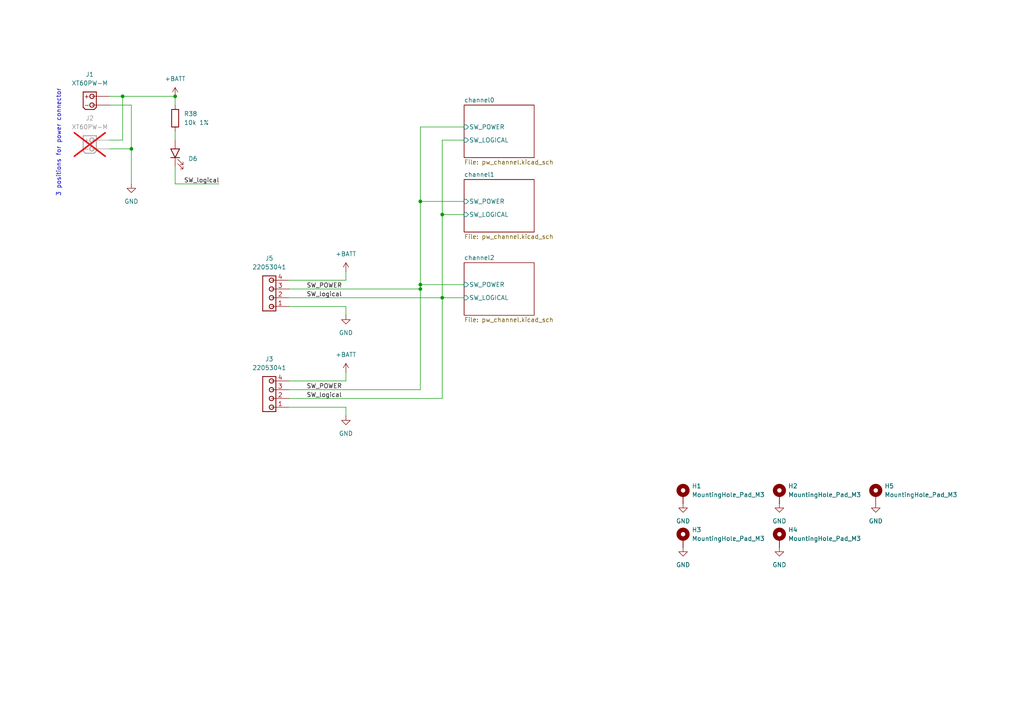
<source format=kicad_sch>
(kicad_sch (version 20250114) (generator "eeschema") (generator_version "9.0")
  (paper "A4")
  (lib_symbols
    (symbol "cocotter_connectors:22053041"
      (property "Reference" "J" (at -6.604 5.08 0))
      (property "Value" "22053041" (at -2.794 -7.62 0))
      (symbol "22053041_1_0"
        (polyline (pts (xy -7.62 3.81) (xy -7.62 -6.35)) (stroke (width 0.254)))
        (polyline (pts (xy -7.62 3.81) (xy -3.81 3.81)) (stroke (width 0.254)))
        (circle (center -5.08 2.54) (radius 0.635) (stroke (width 0.254)))
        (circle (center -5.08 0) (radius 0.635) (stroke (width 0.254)))
        (circle (center -5.08 -2.54) (radius 0.635) (stroke (width 0.254)))
        (circle (center -5.08 -5.08) (radius 0.635) (stroke (width 0.254)))
        (polyline (pts (xy -3.81 -6.35) (xy -7.62 -6.35)) (stroke (width 0.254)))
        (polyline (pts (xy -3.81 -6.35) (xy -3.81 3.81)) (stroke (width 0.254)))
        (pin passive line (at 0 2.54 180) (length 5.08) (name "4") (number "4"))
        (pin passive line (at 0 0 180) (length 5.08) (name "3") (number "3"))
        (pin passive line (at 0 -2.54 180) (length 5.08) (name "2") (number "2"))
        (pin passive line (at 0 -5.08 180) (length 5.08) (name "1") (number "1"))
      )
    )
    (symbol "cocotter_connectors:XT60PW-M" (pin_numbers (hide yes)) (pin_names (hide yes))
      (property "Reference" "J" (at 0 0 0))
      (property "Value" "XT60PW-M" (at -4.572 -3.556 0))
      (symbol "XT60PW-M_0_1"
        (polyline (pts (xy -6.985 -2.54) (xy -7.62 -1.905)) (stroke (width 0.254)))
        (polyline (pts (xy -4.445 -2.54) (xy -3.81 -1.905)) (stroke (width 0.254)))
      )
      (symbol "XT60PW-M_1_0"
        (polyline (pts (xy -7.62 2.54) (xy -7.62 -1.905)) (stroke (width 0.254)))
        (polyline (pts (xy -7.62 2.54) (xy -3.81 2.54)) (stroke (width 0.254)))
        (circle (center -5.08 1.27) (radius 0.635) (stroke (width 0.254)))
        (circle (center -5.08 -1.27) (radius 0.635) (stroke (width 0.254)))
        (polyline (pts (xy -4.445 -2.54) (xy -6.985 -2.54)) (stroke (width 0.254)))
        (polyline (pts (xy -3.81 -1.905) (xy -3.81 2.54)) (stroke (width 0.254)))
        (pin passive line (at 0 1.27 180) (length 5.08) (name "P") (number "P"))
        (pin passive line (at 0 -1.27 180) (length 5.08) (name "M") (number "M"))
      )
      (symbol "XT60PW-M_1_1"
        (text "+" (at -6.604 1.27 0) (effects (font (size 1.27 1.27))))
        (text "-" (at -6.604 -1.27 0) (effects (font (size 1.27 1.27))))
      )
    )
    (symbol "cocotter_diodes:white_led_0603" (pin_numbers (hide yes)) (pin_names (offset 1.016) (hide yes))
      (property "Reference" "D" (at 0 2.54 0))
      (symbol "white_led_0603_0_1"
        (polyline (pts (xy -3.048 -0.762) (xy -4.572 -2.286) (xy -3.81 -2.286) (xy -4.572 -2.286) (xy -4.572 -1.524)))
        (polyline (pts (xy -1.778 -0.762) (xy -3.302 -2.286) (xy -2.54 -2.286) (xy -3.302 -2.286) (xy -3.302 -1.524)))
        (polyline (pts (xy -1.27 -1.27) (xy -1.27 1.27)) (stroke (width 0.254)))
      )
      (symbol "white_led_0603_1_1"
        (polyline (pts (xy 1.27 -1.27) (xy 1.27 1.27) (xy -1.27 0) (xy 1.27 -1.27)) (stroke (width 0.254)) (fill (type color)))
        (pin passive line (at -3.81 0 0) (length 2.54) (name "C") (number "C"))
        (pin passive line (at 3.81 0 180) (length 2.54) (name "A") (number "A"))
      )
    )
    (symbol "cocotter_others:MountingHole_Pad_M3" (pin_numbers (hide yes)) (pin_names (offset 1.016) (hide yes)) (exclude_from_sim yes) (in_bom no)
      (property "Reference" "H" (at 0 6.35 0))
      (property "Value" "MountingHole_Pad_M3" (at 0 4.445 0))
      (symbol "MountingHole_Pad_M3_0_1"
        (circle (center 0 1.27) (radius 1.27) (stroke (width 1.27)))
      )
      (symbol "MountingHole_Pad_M3_1_1"
        (pin input line (at 0 -2.54 90) (length 2.54) (name "1") (number "1"))
      )
    )
    (symbol "cocotter_resistors:R_10k_0603_1%" (pin_numbers (hide yes)) (pin_names (offset 0))
      (property "Reference" "R" (at 1.27 1.27 0))
      (property "Value" "10k 1%" (at 3.81 -1.27 0))
      (symbol "R_10k_0603_1%_0_1"
        (rectangle (start -1.016 -2.54) (end 1.016 2.54) (stroke (width 0.254)))
      )
      (symbol "R_10k_0603_1%_1_1"
        (pin passive line (at 0 3.81 270) (length 1.27) (name "~") (number "1"))
        (pin passive line (at 0 -3.81 90) (length 1.27) (name "~") (number "2"))
      )
    )
    (symbol "power:+BATT" (power) (pin_numbers (hide yes)) (pin_names (offset 0) (hide yes))
      (property "Value" "+BATT" (at 0 3.556 0))
      (symbol "+BATT_0_1"
        (polyline (pts (xy -0.762 1.27) (xy 0 2.54)))
        (polyline (pts (xy 0 2.54) (xy 0.762 1.27)))
        (polyline (pts (xy 0 0) (xy 0 2.54)))
      )
      (symbol "+BATT_1_1"
        (pin power_in line (at 0 0 90) (length 0) (name "~") (number "1"))
      )
    )
    (symbol "power:GND" (power) (pin_numbers (hide yes)) (pin_names (offset 0) (hide yes))
      (property "Value" "GND" (at 0 -3.81 0))
      (symbol "GND_0_1"
        (polyline (pts (xy 0 0) (xy 0 -1.27) (xy 1.27 -1.27) (xy 0 -2.54) (xy -1.27 -1.27) (xy 0 -1.27)))
      )
      (symbol "GND_1_1"
        (pin power_in line (at 0 0 270) (length 0) (name "~") (number "1"))
      )
    )
  )
  (text "3 positions for power connector" (at 17.018 41.402 90) (effects (font (size 1.27 1.27))))
  (junction (at 128.27 86.36))
  (junction (at 121.92 83.82))
  (junction (at 121.92 82.55))
  (junction (at 121.92 58.42))
  (junction (at 50.8 27.94))
  (junction (at 128.27 62.23))
  (junction (at 38.1 43.18))
  (junction (at 35.56 27.94))
  (wire (pts (xy 38.1 30.48) (xy 38.1 43.18)))
  (wire (pts (xy 121.92 82.55) (xy 134.62 82.55)))
  (wire (pts (xy 121.92 83.82) (xy 121.92 82.55)))
  (wire (pts (xy 128.27 40.64) (xy 128.27 62.23)))
  (wire (pts (xy 50.8 40.64) (xy 50.8 38.1)))
  (wire (pts (xy 83.82 115.57) (xy 128.27 115.57)))
  (wire (pts (xy 128.27 62.23) (xy 134.62 62.23)))
  (wire (pts (xy 83.82 83.82) (xy 121.92 83.82)))
  (wire (pts (xy 50.8 53.34) (xy 63.5 53.34)))
  (wire (pts (xy 38.1 43.18) (xy 38.1 53.34)))
  (wire (pts (xy 100.33 88.9) (xy 100.33 91.44)))
  (wire (pts (xy 128.27 86.36) (xy 134.62 86.36)))
  (wire (pts (xy 100.33 78.74) (xy 100.33 81.28)))
  (wire (pts (xy 35.56 40.64) (xy 35.56 27.94)))
  (wire (pts (xy 121.92 82.55) (xy 121.92 58.42)))
  (wire (pts (xy 121.92 36.83) (xy 134.62 36.83)))
  (wire (pts (xy 128.27 115.57) (xy 128.27 86.36)))
  (wire (pts (xy 83.82 110.49) (xy 100.33 110.49)))
  (wire (pts (xy 83.82 88.9) (xy 100.33 88.9)))
  (wire (pts (xy 121.92 58.42) (xy 134.62 58.42)))
  (wire (pts (xy 31.75 27.94) (xy 35.56 27.94)))
  (wire (pts (xy 38.1 30.48) (xy 31.75 30.48)))
  (wire (pts (xy 83.82 118.11) (xy 100.33 118.11)))
  (wire (pts (xy 134.62 40.64) (xy 128.27 40.64)))
  (wire (pts (xy 83.82 113.03) (xy 121.92 113.03)))
  (wire (pts (xy 83.82 86.36) (xy 128.27 86.36)))
  (wire (pts (xy 83.82 81.28) (xy 100.33 81.28)))
  (wire (pts (xy 35.56 27.94) (xy 50.8 27.94)))
  (wire (pts (xy 128.27 62.23) (xy 128.27 86.36)))
  (wire (pts (xy 100.33 107.95) (xy 100.33 110.49)))
  (wire (pts (xy 121.92 58.42) (xy 121.92 36.83)))
  (wire (pts (xy 50.8 48.26) (xy 50.8 53.34)))
  (wire (pts (xy 31.75 43.18) (xy 38.1 43.18)))
  (wire (pts (xy 121.92 113.03) (xy 121.92 83.82)))
  (wire (pts (xy 31.75 40.64) (xy 35.56 40.64)))
  (wire (pts (xy 50.8 30.48) (xy 50.8 27.94)))
  (wire (pts (xy 100.33 118.11) (xy 100.33 120.65)))
  (label "SW_POWER" (at 88.9 113.03 0))
  (label "SW_POWER" (at 88.9 83.82 0))
  (label "SW_logical" (at 53.34 53.34 0))
  (label "SW_logical" (at 88.9 86.36 0))
  (label "SW_logical" (at 88.9 115.57 0))
  (symbol (lib_id "power:GND") (at 38.1 53.34 0) (unit 1)
    (property "Reference" "#PWR8" (effects (hide yes)))
    (property "Value" "GND" (at 38.1 58.42 0))
    (property "Description" "Power symbol creates a global label with name \"GND\" , ground" (effects (hide yes)))
  )
  (symbol (lib_id "cocotter_connectors:XT60PW-M") (at 31.75 41.91 0) (unit 1) (dnp yes)
    (property "Reference" "J2" (at 26.035 34.29 0))
    (property "Value" "XT60PW-M" (at 26.035 36.83 0))
    (property "Footprint" "cocotter_connectors:XT60PW-M" (effects (hide yes)))
    (property "Datasheet" "https://www.te.com/commerce/DocumentDelivery/DDEController?Action=srchrtrv&DocNm=1445055&DocType=Customer%20Drawing&DocLang=English&DocFormat=pdf&PartCntxt=2-1445055-2" (effects (hide yes)))
    (property "Description" "XT60 male, 45A continuous, right angle, pcb mount" (effects (hide yes)))
    (property "JLCPCB Part #" "C98732" (effects (hide yes)))
  )
  (symbol (lib_id "power:GND") (at 226.06 158.75 0) (unit 1)
    (property "Reference" "#PWR15" (effects (hide yes)))
    (property "Value" "GND" (at 226.06 163.83 0))
    (property "Description" "Power symbol creates a global label with name \"GND\" , ground" (effects (hide yes)))
  )
  (symbol (lib_id "power:GND") (at 100.33 120.65 0) (unit 1)
    (property "Reference" "#PWR03" (effects (hide yes)))
    (property "Value" "GND" (at 100.33 125.73 0))
    (property "Description" "Power symbol creates a global label with name \"GND\" , ground" (effects (hide yes)))
  )
  (symbol (lib_id "cocotter_connectors:22053041") (at 83.82 83.82 0) (unit 1)
    (property "Reference" "J5" (at 78.105 74.93 0))
    (property "Value" "22053041" (at 78.105 77.47 0))
    (property "Footprint" "cocotter_connectors:22053041" (effects (hide yes)))
    (property "Description" "mini KK, 2.54mm pitch, 4 ways, right angle" (effects (hide yes)))
    (property "JLCPCB Part #" "C5271241" (effects (hide yes)))
  )
  (symbol (lib_id "cocotter_connectors:22053041") (at 83.82 113.03 0) (unit 1)
    (property "Reference" "J3" (at 78.105 104.14 0))
    (property "Value" "22053041" (at 78.105 106.68 0))
    (property "Footprint" "cocotter_connectors:22053041" (effects (hide yes)))
    (property "Description" "mini KK, 2.54mm pitch, 4 ways, right angle" (effects (hide yes)))
    (property "JLCPCB Part #" "C5271241" (effects (hide yes)))
  )
  (symbol (lib_id "power:GND") (at 226.06 146.05 0) (unit 1)
    (property "Reference" "#PWR13" (effects (hide yes)))
    (property "Value" "GND" (at 226.06 151.13 0))
    (property "Description" "Power symbol creates a global label with name \"GND\" , ground" (effects (hide yes)))
  )
  (symbol (lib_id "power:+BATT") (at 100.33 78.74 0) (unit 1)
    (property "Reference" "#PWR9" (effects (hide yes)))
    (property "Value" "+BATT" (at 100.33 73.66 0))
    (property "Description" "Power symbol creates a global label with name \"+BATT\"" (effects (hide yes)))
  )
  (symbol (lib_id "cocotter_connectors:XT60PW-M") (at 31.75 29.21 0) (unit 1)
    (property "Reference" "J1" (at 26.035 21.59 0))
    (property "Value" "XT60PW-M" (at 26.035 24.13 0))
    (property "Footprint" "cocotter_connectors:XT60PW-M" (effects (hide yes)))
    (property "Datasheet" "https://www.te.com/commerce/DocumentDelivery/DDEController?Action=srchrtrv&DocNm=1445055&DocType=Customer%20Drawing&DocLang=English&DocFormat=pdf&PartCntxt=2-1445055-2" (effects (hide yes)))
    (property "Description" "XT60 male, 45A continuous, right angle, pcb mount" (effects (hide yes)))
    (property "JLCPCB Part #" "C98732" (effects (hide yes)))
  )
  (symbol (lib_id "power:GND") (at 254 146.05 0) (unit 1)
    (property "Reference" "#PWR016" (effects (hide yes)))
    (property "Value" "GND" (at 254 151.13 0))
    (property "Description" "Power symbol creates a global label with name \"GND\" , ground" (effects (hide yes)))
  )
  (symbol (lib_id "cocotter_resistors:R_10k_0603_1%") (at 50.8 34.29 0) (unit 1)
    (property "Reference" "R38" (at 53.34 33.0199 0) (effects (justify left)))
    (property "Value" "10k 1%" (at 53.34 35.5599 0) (effects (justify left)))
    (property "Footprint" "cocotter_resistor:r0603_reflow" (effects (hide yes)))
    (property "Description" "Resistor" (effects (hide yes)))
    (property "Specification" "10k 0603 1% 100mW" (effects (hide yes)))
    (property "mouser" "603-RC0603FR-10100KL" (effects (hide yes)))
    (property "JLCPCB Part #" "C25804" (effects (hide yes)))
  )
  (symbol (lib_id "power:+BATT") (at 100.33 107.95 0) (unit 1)
    (property "Reference" "#PWR02" (effects (hide yes)))
    (property "Value" "+BATT" (at 100.33 102.87 0))
    (property "Description" "Power symbol creates a global label with name \"+BATT\"" (effects (hide yes)))
  )
  (symbol (lib_id "cocotter_diodes:white_led_0603") (at 50.8 44.45 90) (unit 1)
    (property "Reference" "D6" (at 54.61 46.0374 90) (effects (justify right)))
    (property "Value" "white, 0603" (effects (hide yes)))
    (property "Footprint" "cocotter_diodes:LED_0603_1608Metric" (effects (hide yes)))
    (property "Description" "Light emitting diode, white, Vf=[2.6V; 3.1V]" (effects (hide yes)))
    (property "JLCPCB Part #" "C2290" (effects (hide yes)))
  )
  (symbol (lib_id "cocotter_others:MountingHole_Pad_M3") (at 198.12 156.21 0) (unit 1) (exclude_from_sim yes) (in_bom no)
    (property "Reference" "H3" (at 200.66 153.6699 0) (effects (justify left)))
    (property "Value" "MountingHole_Pad_M3" (at 200.66 156.2099 0) (effects (justify left)))
    (property "Footprint" "cocotter_others:MountingHole_3.2mm_M3_Pad_Via" (effects (hide yes)))
    (property "Description" "Mounting Hole with connection" (effects (hide yes)))
  )
  (symbol (lib_id "power:+BATT") (at 50.8 27.94 0) (unit 1)
    (property "Reference" "#PWR1" (effects (hide yes)))
    (property "Value" "+BATT" (at 50.8 22.86 0))
    (property "Description" "Power symbol creates a global label with name \"+BATT\"" (effects (hide yes)))
  )
  (symbol (lib_id "cocotter_others:MountingHole_Pad_M3") (at 226.06 143.51 0) (unit 1) (exclude_from_sim yes) (in_bom no)
    (property "Reference" "H2" (at 228.6 140.9699 0) (effects (justify left)))
    (property "Value" "MountingHole_Pad_M3" (at 228.6 143.5099 0) (effects (justify left)))
    (property "Footprint" "cocotter_others:MountingHole_3.2mm_M3_Pad_Via" (effects (hide yes)))
    (property "Description" "Mounting Hole with connection" (effects (hide yes)))
  )
  (symbol (lib_id "power:GND") (at 198.12 158.75 0) (unit 1)
    (property "Reference" "#PWR14" (effects (hide yes)))
    (property "Value" "GND" (at 198.12 163.83 0))
    (property "Description" "Power symbol creates a global label with name \"GND\" , ground" (effects (hide yes)))
  )
  (symbol (lib_id "power:GND") (at 198.12 146.05 0) (unit 1)
    (property "Reference" "#PWR12" (effects (hide yes)))
    (property "Value" "GND" (at 198.12 151.13 0))
    (property "Description" "Power symbol creates a global label with name \"GND\" , ground" (effects (hide yes)))
  )
  (symbol (lib_id "cocotter_others:MountingHole_Pad_M3") (at 254 143.51 0) (unit 1) (exclude_from_sim yes) (in_bom no)
    (property "Reference" "H5" (at 256.54 140.9699 0) (effects (justify left)))
    (property "Value" "MountingHole_Pad_M3" (at 256.54 143.5099 0) (effects (justify left)))
    (property "Footprint" "cocotter_others:MountingHole_3.2mm_M3_Pad_Via" (effects (hide yes)))
    (property "Description" "Mounting Hole with connection" (effects (hide yes)))
  )
  (symbol (lib_id "power:GND") (at 100.33 91.44 0) (unit 1)
    (property "Reference" "#PWR11" (effects (hide yes)))
    (property "Value" "GND" (at 100.33 96.52 0))
    (property "Description" "Power symbol creates a global label with name \"GND\" , ground" (effects (hide yes)))
  )
  (symbol (lib_id "cocotter_others:MountingHole_Pad_M3") (at 198.12 143.51 0) (unit 1) (exclude_from_sim yes) (in_bom no)
    (property "Reference" "H1" (at 200.66 140.9699 0) (effects (justify left)))
    (property "Value" "MountingHole_Pad_M3" (at 200.66 143.5099 0) (effects (justify left)))
    (property "Footprint" "cocotter_others:MountingHole_3.2mm_M3_Pad_Via" (effects (hide yes)))
    (property "Description" "Mounting Hole with connection" (effects (hide yes)))
  )
  (symbol (lib_id "cocotter_others:MountingHole_Pad_M3") (at 226.06 156.21 0) (unit 1) (exclude_from_sim yes) (in_bom no)
    (property "Reference" "H4" (at 228.6 153.6699 0) (effects (justify left)))
    (property "Value" "MountingHole_Pad_M3" (at 228.6 156.2099 0) (effects (justify left)))
    (property "Footprint" "cocotter_others:MountingHole_3.2mm_M3_Pad_Via" (effects (hide yes)))
    (property "Description" "Mounting Hole with connection" (effects (hide yes)))
  )
  (sheet (at 134.62 52.07) (size 20.32 15.24) (stroke (width 0.1524))
    (property "Sheetname" "channel1" (at 134.62 51.3584 0) (effects (justify left bottom)))
    (property "Sheetfile" "pw_channel.kicad_sch" (at 134.62 67.8946 0) (effects (justify left top)))
    (pin "SW_POWER" input (at 134.62 58.42 180))
    (pin "SW_LOGICAL" input (at 134.62 62.23 180))
  )
  (sheet (at 134.62 76.2) (size 20.32 15.24) (stroke (width 0.1524))
    (property "Sheetname" "channel2" (at 134.62 75.4884 0) (effects (justify left bottom)))
    (property "Sheetfile" "pw_channel.kicad_sch" (at 134.62 92.0246 0) (effects (justify left top)))
    (pin "SW_POWER" input (at 134.62 82.55 180))
    (pin "SW_LOGICAL" input (at 134.62 86.36 180))
  )
  (sheet (at 134.62 30.48) (size 20.32 15.24) (stroke (width 0.1524))
    (property "Sheetname" "channel0" (at 134.62 29.7684 0) (effects (justify left bottom)))
    (property "Sheetfile" "pw_channel.kicad_sch" (at 134.62 46.3046 0) (effects (justify left top)))
    (pin "SW_POWER" input (at 134.62 36.83 180))
    (pin "SW_LOGICAL" input (at 134.62 40.64 180))
  )
)
</source>
